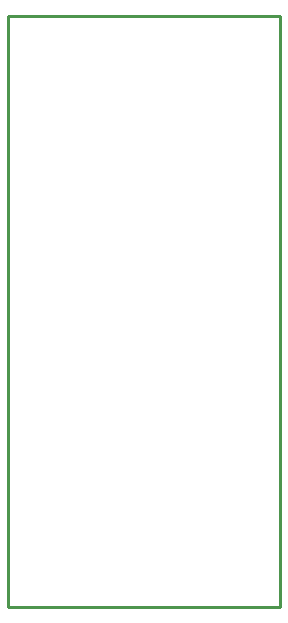
<source format=gko>
%FSTAX23Y23*%
%MOIN*%
%SFA1B1*%

%IPPOS*%
%ADD22C,0.010000*%
%LNspinn5power-1*%
%LPD*%
G54D22*
X0Y0D02*
Y01969D01*
Y0D02*
X00906D01*
Y01969*
X0D02*
X00906D01*
M02*
</source>
